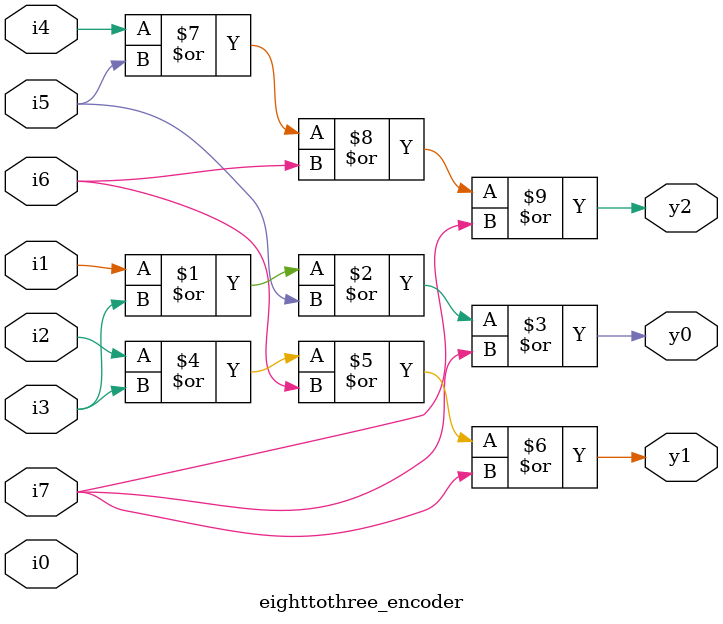
<source format=v>
module eighttothree_encoder(i0,i1,i2,i3,i4,i5,i6,i7,y0,y1,y2);
  input i0,i1,i2,i3,i4,i5,i6,i7;
  output y0,y1,y2;
  assign y0=i1|i3|i5|i7;
  assign y1=i2|i3|i6|i7;
  assign y2=i4|i5|i6|i7;
endmodule

</source>
